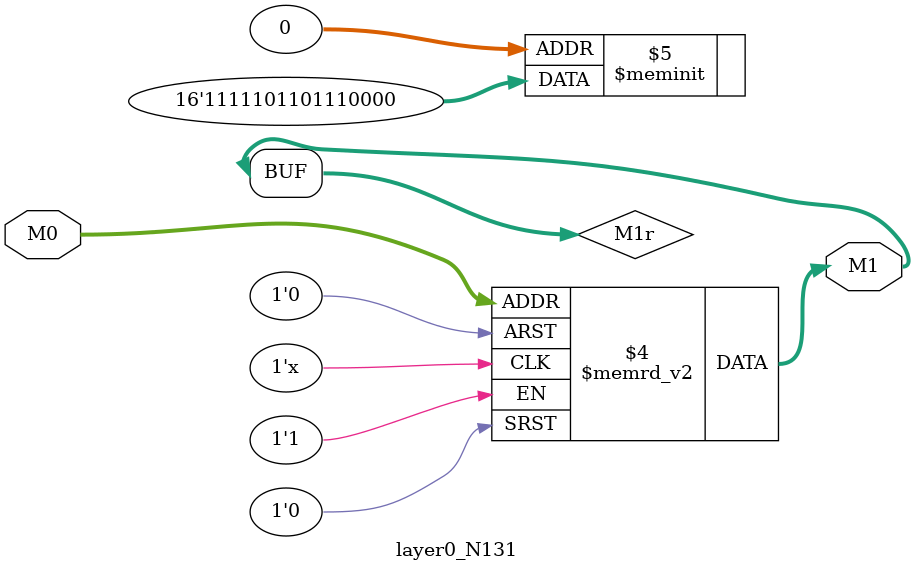
<source format=v>
module layer0_N131 ( input [2:0] M0, output [1:0] M1 );

	(*rom_style = "distributed" *) reg [1:0] M1r;
	assign M1 = M1r;
	always @ (M0) begin
		case (M0)
			3'b000: M1r = 2'b00;
			3'b100: M1r = 2'b11;
			3'b010: M1r = 2'b11;
			3'b110: M1r = 2'b11;
			3'b001: M1r = 2'b00;
			3'b101: M1r = 2'b10;
			3'b011: M1r = 2'b01;
			3'b111: M1r = 2'b11;

		endcase
	end
endmodule

</source>
